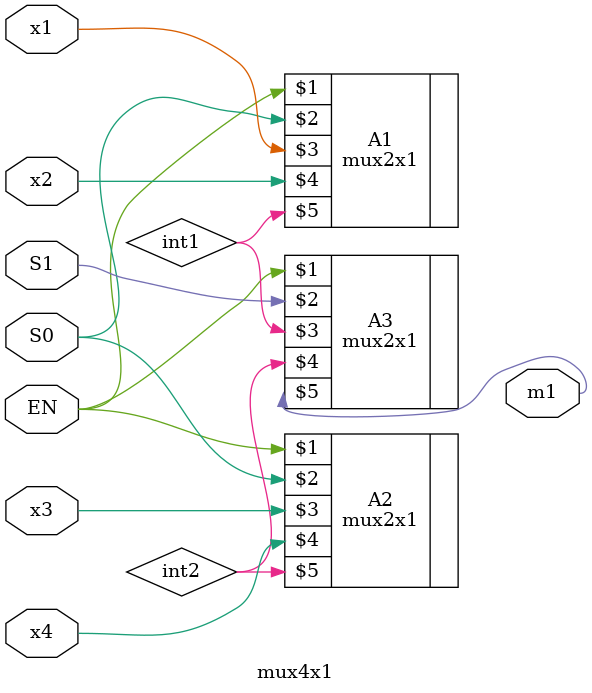
<source format=v>
`timescale 1ns / 1ps
module mux4x1(
    input EN,
    input S0,
    input S1,
    input x1,
    input x2,
    input x3,
    input x4,
    output m1
    );
	 
	 mux2x1 A1(EN, S0, x1, x2, int1);
	 mux2x1 A2(EN, S0, x3, x4, int2);
	 mux2x1 A3(EN, S1, int1, int2, m1); 


endmodule


</source>
